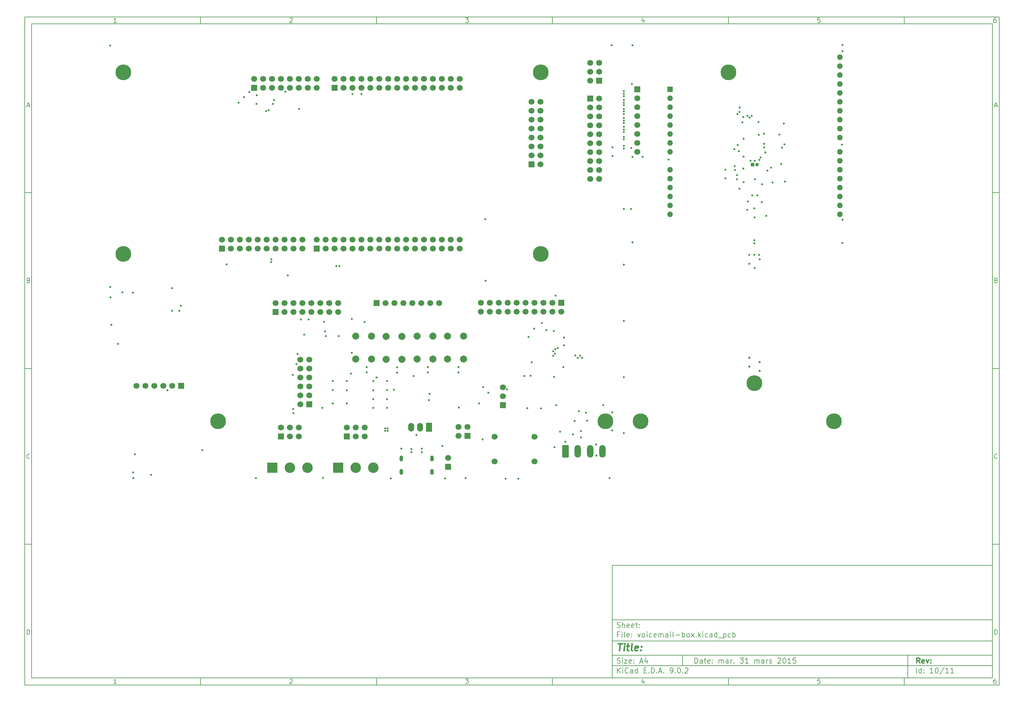
<source format=gbs>
%TF.GenerationSoftware,KiCad,Pcbnew,9.0.2*%
%TF.CreationDate,2025-05-30T11:40:45+02:00*%
%TF.ProjectId,voicemail-box,766f6963-656d-4616-996c-2d626f782e6b,rev?*%
%TF.SameCoordinates,PX5f5e100PY5f5e100*%
%TF.FileFunction,Soldermask,Bot*%
%TF.FilePolarity,Negative*%
%FSLAX45Y45*%
G04 Gerber Fmt 4.5, Leading zero omitted, Abs format (unit mm)*
G04 Created by KiCad (PCBNEW 9.0.2) date 2025-05-30 11:40:45*
%MOMM*%
%LPD*%
G01*
G04 APERTURE LIST*
G04 Aperture macros list*
%AMRoundRect*
0 Rectangle with rounded corners*
0 $1 Rounding radius*
0 $2 $3 $4 $5 $6 $7 $8 $9 X,Y pos of 4 corners*
0 Add a 4 corners polygon primitive as box body*
4,1,4,$2,$3,$4,$5,$6,$7,$8,$9,$2,$3,0*
0 Add four circle primitives for the rounded corners*
1,1,$1+$1,$2,$3*
1,1,$1+$1,$4,$5*
1,1,$1+$1,$6,$7*
1,1,$1+$1,$8,$9*
0 Add four rect primitives between the rounded corners*
20,1,$1+$1,$2,$3,$4,$5,0*
20,1,$1+$1,$4,$5,$6,$7,0*
20,1,$1+$1,$6,$7,$8,$9,0*
20,1,$1+$1,$8,$9,$2,$3,0*%
G04 Aperture macros list end*
%ADD10C,0.100000*%
%ADD11C,0.150000*%
%ADD12C,0.300000*%
%ADD13C,0.400000*%
%ADD14C,2.000000*%
%ADD15R,1.700000X1.700000*%
%ADD16C,1.700000*%
%ADD17R,3.000000X3.000000*%
%ADD18C,3.000000*%
%ADD19O,1.000000X1.700000*%
%ADD20R,1.700000X2.500000*%
%ADD21O,1.700000X2.500000*%
%ADD22RoundRect,0.250000X-0.650000X-1.550000X0.650000X-1.550000X0.650000X1.550000X-0.650000X1.550000X0*%
%ADD23O,1.800000X3.600000*%
%ADD24R,1.000000X1.000000*%
%ADD25C,1.000000*%
%ADD26R,1.600000X1.600000*%
%ADD27O,1.600000X1.600000*%
%ADD28C,4.500000*%
%ADD29C,0.600000*%
G04 APERTURE END LIST*
D10*
D11*
X7700220Y-6600720D02*
X18500220Y-6600720D01*
X18500220Y-9800720D01*
X7700220Y-9800720D01*
X7700220Y-6600720D01*
D10*
D11*
X-9000000Y9000000D02*
X18700220Y9000000D01*
X18700220Y-10000720D01*
X-9000000Y-10000720D01*
X-9000000Y9000000D01*
D10*
D11*
X-8800000Y8800000D02*
X18500220Y8800000D01*
X18500220Y-9800720D01*
X-8800000Y-9800720D01*
X-8800000Y8800000D01*
D10*
D11*
X-4000000Y8800000D02*
X-4000000Y9000000D01*
D10*
D11*
X1000000Y8800000D02*
X1000000Y9000000D01*
D10*
D11*
X6000000Y8800000D02*
X6000000Y9000000D01*
D10*
D11*
X11000000Y8800000D02*
X11000000Y9000000D01*
D10*
D11*
X16000000Y8800000D02*
X16000000Y9000000D01*
D10*
D11*
X-6391084Y8840640D02*
X-6465370Y8840640D01*
X-6428227Y8840640D02*
X-6428227Y8970640D01*
X-6428227Y8970640D02*
X-6440608Y8952068D01*
X-6440608Y8952068D02*
X-6452989Y8939687D01*
X-6452989Y8939687D02*
X-6465370Y8933497D01*
D10*
D11*
X-1465370Y8958259D02*
X-1459179Y8964449D01*
X-1459179Y8964449D02*
X-1446798Y8970640D01*
X-1446798Y8970640D02*
X-1415846Y8970640D01*
X-1415846Y8970640D02*
X-1403465Y8964449D01*
X-1403465Y8964449D02*
X-1397275Y8958259D01*
X-1397275Y8958259D02*
X-1391084Y8945878D01*
X-1391084Y8945878D02*
X-1391084Y8933497D01*
X-1391084Y8933497D02*
X-1397275Y8914925D01*
X-1397275Y8914925D02*
X-1471560Y8840640D01*
X-1471560Y8840640D02*
X-1391084Y8840640D01*
D10*
D11*
X3528440Y8970640D02*
X3608916Y8970640D01*
X3608916Y8970640D02*
X3565583Y8921116D01*
X3565583Y8921116D02*
X3584154Y8921116D01*
X3584154Y8921116D02*
X3596535Y8914925D01*
X3596535Y8914925D02*
X3602725Y8908735D01*
X3602725Y8908735D02*
X3608916Y8896354D01*
X3608916Y8896354D02*
X3608916Y8865402D01*
X3608916Y8865402D02*
X3602725Y8853021D01*
X3602725Y8853021D02*
X3596535Y8846830D01*
X3596535Y8846830D02*
X3584154Y8840640D01*
X3584154Y8840640D02*
X3547011Y8840640D01*
X3547011Y8840640D02*
X3534630Y8846830D01*
X3534630Y8846830D02*
X3528440Y8853021D01*
D10*
D11*
X8596535Y8927306D02*
X8596535Y8840640D01*
X8565583Y8976830D02*
X8534630Y8883973D01*
X8534630Y8883973D02*
X8615106Y8883973D01*
D10*
D11*
X13602725Y8970640D02*
X13540821Y8970640D01*
X13540821Y8970640D02*
X13534630Y8908735D01*
X13534630Y8908735D02*
X13540821Y8914925D01*
X13540821Y8914925D02*
X13553202Y8921116D01*
X13553202Y8921116D02*
X13584154Y8921116D01*
X13584154Y8921116D02*
X13596535Y8914925D01*
X13596535Y8914925D02*
X13602725Y8908735D01*
X13602725Y8908735D02*
X13608916Y8896354D01*
X13608916Y8896354D02*
X13608916Y8865402D01*
X13608916Y8865402D02*
X13602725Y8853021D01*
X13602725Y8853021D02*
X13596535Y8846830D01*
X13596535Y8846830D02*
X13584154Y8840640D01*
X13584154Y8840640D02*
X13553202Y8840640D01*
X13553202Y8840640D02*
X13540821Y8846830D01*
X13540821Y8846830D02*
X13534630Y8853021D01*
D10*
D11*
X18596535Y8970640D02*
X18571773Y8970640D01*
X18571773Y8970640D02*
X18559392Y8964449D01*
X18559392Y8964449D02*
X18553202Y8958259D01*
X18553202Y8958259D02*
X18540821Y8939687D01*
X18540821Y8939687D02*
X18534630Y8914925D01*
X18534630Y8914925D02*
X18534630Y8865402D01*
X18534630Y8865402D02*
X18540821Y8853021D01*
X18540821Y8853021D02*
X18547011Y8846830D01*
X18547011Y8846830D02*
X18559392Y8840640D01*
X18559392Y8840640D02*
X18584154Y8840640D01*
X18584154Y8840640D02*
X18596535Y8846830D01*
X18596535Y8846830D02*
X18602726Y8853021D01*
X18602726Y8853021D02*
X18608916Y8865402D01*
X18608916Y8865402D02*
X18608916Y8896354D01*
X18608916Y8896354D02*
X18602726Y8908735D01*
X18602726Y8908735D02*
X18596535Y8914925D01*
X18596535Y8914925D02*
X18584154Y8921116D01*
X18584154Y8921116D02*
X18559392Y8921116D01*
X18559392Y8921116D02*
X18547011Y8914925D01*
X18547011Y8914925D02*
X18540821Y8908735D01*
X18540821Y8908735D02*
X18534630Y8896354D01*
D10*
D11*
X-4000000Y-9800720D02*
X-4000000Y-10000720D01*
D10*
D11*
X1000000Y-9800720D02*
X1000000Y-10000720D01*
D10*
D11*
X6000000Y-9800720D02*
X6000000Y-10000720D01*
D10*
D11*
X11000000Y-9800720D02*
X11000000Y-10000720D01*
D10*
D11*
X16000000Y-9800720D02*
X16000000Y-10000720D01*
D10*
D11*
X-6391084Y-9960080D02*
X-6465370Y-9960080D01*
X-6428227Y-9960080D02*
X-6428227Y-9830080D01*
X-6428227Y-9830080D02*
X-6440608Y-9848652D01*
X-6440608Y-9848652D02*
X-6452989Y-9861033D01*
X-6452989Y-9861033D02*
X-6465370Y-9867223D01*
D10*
D11*
X-1465370Y-9842461D02*
X-1459179Y-9836271D01*
X-1459179Y-9836271D02*
X-1446798Y-9830080D01*
X-1446798Y-9830080D02*
X-1415846Y-9830080D01*
X-1415846Y-9830080D02*
X-1403465Y-9836271D01*
X-1403465Y-9836271D02*
X-1397275Y-9842461D01*
X-1397275Y-9842461D02*
X-1391084Y-9854842D01*
X-1391084Y-9854842D02*
X-1391084Y-9867223D01*
X-1391084Y-9867223D02*
X-1397275Y-9885795D01*
X-1397275Y-9885795D02*
X-1471560Y-9960080D01*
X-1471560Y-9960080D02*
X-1391084Y-9960080D01*
D10*
D11*
X3528440Y-9830080D02*
X3608916Y-9830080D01*
X3608916Y-9830080D02*
X3565583Y-9879604D01*
X3565583Y-9879604D02*
X3584154Y-9879604D01*
X3584154Y-9879604D02*
X3596535Y-9885795D01*
X3596535Y-9885795D02*
X3602725Y-9891985D01*
X3602725Y-9891985D02*
X3608916Y-9904366D01*
X3608916Y-9904366D02*
X3608916Y-9935319D01*
X3608916Y-9935319D02*
X3602725Y-9947700D01*
X3602725Y-9947700D02*
X3596535Y-9953890D01*
X3596535Y-9953890D02*
X3584154Y-9960080D01*
X3584154Y-9960080D02*
X3547011Y-9960080D01*
X3547011Y-9960080D02*
X3534630Y-9953890D01*
X3534630Y-9953890D02*
X3528440Y-9947700D01*
D10*
D11*
X8596535Y-9873414D02*
X8596535Y-9960080D01*
X8565583Y-9823890D02*
X8534630Y-9916747D01*
X8534630Y-9916747D02*
X8615106Y-9916747D01*
D10*
D11*
X13602725Y-9830080D02*
X13540821Y-9830080D01*
X13540821Y-9830080D02*
X13534630Y-9891985D01*
X13534630Y-9891985D02*
X13540821Y-9885795D01*
X13540821Y-9885795D02*
X13553202Y-9879604D01*
X13553202Y-9879604D02*
X13584154Y-9879604D01*
X13584154Y-9879604D02*
X13596535Y-9885795D01*
X13596535Y-9885795D02*
X13602725Y-9891985D01*
X13602725Y-9891985D02*
X13608916Y-9904366D01*
X13608916Y-9904366D02*
X13608916Y-9935319D01*
X13608916Y-9935319D02*
X13602725Y-9947700D01*
X13602725Y-9947700D02*
X13596535Y-9953890D01*
X13596535Y-9953890D02*
X13584154Y-9960080D01*
X13584154Y-9960080D02*
X13553202Y-9960080D01*
X13553202Y-9960080D02*
X13540821Y-9953890D01*
X13540821Y-9953890D02*
X13534630Y-9947700D01*
D10*
D11*
X18596535Y-9830080D02*
X18571773Y-9830080D01*
X18571773Y-9830080D02*
X18559392Y-9836271D01*
X18559392Y-9836271D02*
X18553202Y-9842461D01*
X18553202Y-9842461D02*
X18540821Y-9861033D01*
X18540821Y-9861033D02*
X18534630Y-9885795D01*
X18534630Y-9885795D02*
X18534630Y-9935319D01*
X18534630Y-9935319D02*
X18540821Y-9947700D01*
X18540821Y-9947700D02*
X18547011Y-9953890D01*
X18547011Y-9953890D02*
X18559392Y-9960080D01*
X18559392Y-9960080D02*
X18584154Y-9960080D01*
X18584154Y-9960080D02*
X18596535Y-9953890D01*
X18596535Y-9953890D02*
X18602726Y-9947700D01*
X18602726Y-9947700D02*
X18608916Y-9935319D01*
X18608916Y-9935319D02*
X18608916Y-9904366D01*
X18608916Y-9904366D02*
X18602726Y-9891985D01*
X18602726Y-9891985D02*
X18596535Y-9885795D01*
X18596535Y-9885795D02*
X18584154Y-9879604D01*
X18584154Y-9879604D02*
X18559392Y-9879604D01*
X18559392Y-9879604D02*
X18547011Y-9885795D01*
X18547011Y-9885795D02*
X18540821Y-9891985D01*
X18540821Y-9891985D02*
X18534630Y-9904366D01*
D10*
D11*
X-9000000Y4000000D02*
X-8800000Y4000000D01*
D10*
D11*
X-9000000Y-1000000D02*
X-8800000Y-1000000D01*
D10*
D11*
X-9000000Y-6000000D02*
X-8800000Y-6000000D01*
D10*
D11*
X-8930952Y6477782D02*
X-8869048Y6477782D01*
X-8943333Y6440640D02*
X-8900000Y6570640D01*
X-8900000Y6570640D02*
X-8856667Y6440640D01*
D10*
D11*
X-8890714Y1508735D02*
X-8872143Y1502544D01*
X-8872143Y1502544D02*
X-8865952Y1496354D01*
X-8865952Y1496354D02*
X-8859762Y1483973D01*
X-8859762Y1483973D02*
X-8859762Y1465401D01*
X-8859762Y1465401D02*
X-8865952Y1453020D01*
X-8865952Y1453020D02*
X-8872143Y1446830D01*
X-8872143Y1446830D02*
X-8884524Y1440640D01*
X-8884524Y1440640D02*
X-8934048Y1440640D01*
X-8934048Y1440640D02*
X-8934048Y1570640D01*
X-8934048Y1570640D02*
X-8890714Y1570640D01*
X-8890714Y1570640D02*
X-8878333Y1564449D01*
X-8878333Y1564449D02*
X-8872143Y1558259D01*
X-8872143Y1558259D02*
X-8865952Y1545878D01*
X-8865952Y1545878D02*
X-8865952Y1533497D01*
X-8865952Y1533497D02*
X-8872143Y1521116D01*
X-8872143Y1521116D02*
X-8878333Y1514925D01*
X-8878333Y1514925D02*
X-8890714Y1508735D01*
X-8890714Y1508735D02*
X-8934048Y1508735D01*
D10*
D11*
X-8859762Y-3546979D02*
X-8865952Y-3553170D01*
X-8865952Y-3553170D02*
X-8884524Y-3559360D01*
X-8884524Y-3559360D02*
X-8896905Y-3559360D01*
X-8896905Y-3559360D02*
X-8915476Y-3553170D01*
X-8915476Y-3553170D02*
X-8927857Y-3540789D01*
X-8927857Y-3540789D02*
X-8934048Y-3528408D01*
X-8934048Y-3528408D02*
X-8940238Y-3503646D01*
X-8940238Y-3503646D02*
X-8940238Y-3485075D01*
X-8940238Y-3485075D02*
X-8934048Y-3460313D01*
X-8934048Y-3460313D02*
X-8927857Y-3447932D01*
X-8927857Y-3447932D02*
X-8915476Y-3435551D01*
X-8915476Y-3435551D02*
X-8896905Y-3429360D01*
X-8896905Y-3429360D02*
X-8884524Y-3429360D01*
X-8884524Y-3429360D02*
X-8865952Y-3435551D01*
X-8865952Y-3435551D02*
X-8859762Y-3441741D01*
D10*
D11*
X-8934048Y-8559360D02*
X-8934048Y-8429360D01*
X-8934048Y-8429360D02*
X-8903095Y-8429360D01*
X-8903095Y-8429360D02*
X-8884524Y-8435551D01*
X-8884524Y-8435551D02*
X-8872143Y-8447932D01*
X-8872143Y-8447932D02*
X-8865952Y-8460313D01*
X-8865952Y-8460313D02*
X-8859762Y-8485075D01*
X-8859762Y-8485075D02*
X-8859762Y-8503646D01*
X-8859762Y-8503646D02*
X-8865952Y-8528408D01*
X-8865952Y-8528408D02*
X-8872143Y-8540789D01*
X-8872143Y-8540789D02*
X-8884524Y-8553170D01*
X-8884524Y-8553170D02*
X-8903095Y-8559360D01*
X-8903095Y-8559360D02*
X-8934048Y-8559360D01*
D10*
D11*
X18700220Y4000000D02*
X18500220Y4000000D01*
D10*
D11*
X18700220Y-1000000D02*
X18500220Y-1000000D01*
D10*
D11*
X18700220Y-6000000D02*
X18500220Y-6000000D01*
D10*
D11*
X18569268Y6477782D02*
X18631172Y6477782D01*
X18556887Y6440640D02*
X18600220Y6570640D01*
X18600220Y6570640D02*
X18643553Y6440640D01*
D10*
D11*
X18609506Y1508735D02*
X18628077Y1502544D01*
X18628077Y1502544D02*
X18634268Y1496354D01*
X18634268Y1496354D02*
X18640458Y1483973D01*
X18640458Y1483973D02*
X18640458Y1465401D01*
X18640458Y1465401D02*
X18634268Y1453020D01*
X18634268Y1453020D02*
X18628077Y1446830D01*
X18628077Y1446830D02*
X18615696Y1440640D01*
X18615696Y1440640D02*
X18566172Y1440640D01*
X18566172Y1440640D02*
X18566172Y1570640D01*
X18566172Y1570640D02*
X18609506Y1570640D01*
X18609506Y1570640D02*
X18621887Y1564449D01*
X18621887Y1564449D02*
X18628077Y1558259D01*
X18628077Y1558259D02*
X18634268Y1545878D01*
X18634268Y1545878D02*
X18634268Y1533497D01*
X18634268Y1533497D02*
X18628077Y1521116D01*
X18628077Y1521116D02*
X18621887Y1514925D01*
X18621887Y1514925D02*
X18609506Y1508735D01*
X18609506Y1508735D02*
X18566172Y1508735D01*
D10*
D11*
X18640458Y-3546979D02*
X18634268Y-3553170D01*
X18634268Y-3553170D02*
X18615696Y-3559360D01*
X18615696Y-3559360D02*
X18603315Y-3559360D01*
X18603315Y-3559360D02*
X18584744Y-3553170D01*
X18584744Y-3553170D02*
X18572363Y-3540789D01*
X18572363Y-3540789D02*
X18566172Y-3528408D01*
X18566172Y-3528408D02*
X18559982Y-3503646D01*
X18559982Y-3503646D02*
X18559982Y-3485075D01*
X18559982Y-3485075D02*
X18566172Y-3460313D01*
X18566172Y-3460313D02*
X18572363Y-3447932D01*
X18572363Y-3447932D02*
X18584744Y-3435551D01*
X18584744Y-3435551D02*
X18603315Y-3429360D01*
X18603315Y-3429360D02*
X18615696Y-3429360D01*
X18615696Y-3429360D02*
X18634268Y-3435551D01*
X18634268Y-3435551D02*
X18640458Y-3441741D01*
D10*
D11*
X18566172Y-8559360D02*
X18566172Y-8429360D01*
X18566172Y-8429360D02*
X18597125Y-8429360D01*
X18597125Y-8429360D02*
X18615696Y-8435551D01*
X18615696Y-8435551D02*
X18628077Y-8447932D01*
X18628077Y-8447932D02*
X18634268Y-8460313D01*
X18634268Y-8460313D02*
X18640458Y-8485075D01*
X18640458Y-8485075D02*
X18640458Y-8503646D01*
X18640458Y-8503646D02*
X18634268Y-8528408D01*
X18634268Y-8528408D02*
X18628077Y-8540789D01*
X18628077Y-8540789D02*
X18615696Y-8553170D01*
X18615696Y-8553170D02*
X18597125Y-8559360D01*
X18597125Y-8559360D02*
X18566172Y-8559360D01*
D10*
D11*
X10045803Y-9379333D02*
X10045803Y-9229333D01*
X10045803Y-9229333D02*
X10081517Y-9229333D01*
X10081517Y-9229333D02*
X10102946Y-9236476D01*
X10102946Y-9236476D02*
X10117231Y-9250761D01*
X10117231Y-9250761D02*
X10124374Y-9265047D01*
X10124374Y-9265047D02*
X10131517Y-9293619D01*
X10131517Y-9293619D02*
X10131517Y-9315047D01*
X10131517Y-9315047D02*
X10124374Y-9343619D01*
X10124374Y-9343619D02*
X10117231Y-9357904D01*
X10117231Y-9357904D02*
X10102946Y-9372190D01*
X10102946Y-9372190D02*
X10081517Y-9379333D01*
X10081517Y-9379333D02*
X10045803Y-9379333D01*
X10260088Y-9379333D02*
X10260088Y-9300761D01*
X10260088Y-9300761D02*
X10252946Y-9286476D01*
X10252946Y-9286476D02*
X10238660Y-9279333D01*
X10238660Y-9279333D02*
X10210088Y-9279333D01*
X10210088Y-9279333D02*
X10195803Y-9286476D01*
X10260088Y-9372190D02*
X10245803Y-9379333D01*
X10245803Y-9379333D02*
X10210088Y-9379333D01*
X10210088Y-9379333D02*
X10195803Y-9372190D01*
X10195803Y-9372190D02*
X10188660Y-9357904D01*
X10188660Y-9357904D02*
X10188660Y-9343619D01*
X10188660Y-9343619D02*
X10195803Y-9329333D01*
X10195803Y-9329333D02*
X10210088Y-9322190D01*
X10210088Y-9322190D02*
X10245803Y-9322190D01*
X10245803Y-9322190D02*
X10260088Y-9315047D01*
X10310088Y-9279333D02*
X10367231Y-9279333D01*
X10331517Y-9229333D02*
X10331517Y-9357904D01*
X10331517Y-9357904D02*
X10338660Y-9372190D01*
X10338660Y-9372190D02*
X10352946Y-9379333D01*
X10352946Y-9379333D02*
X10367231Y-9379333D01*
X10474374Y-9372190D02*
X10460088Y-9379333D01*
X10460088Y-9379333D02*
X10431517Y-9379333D01*
X10431517Y-9379333D02*
X10417231Y-9372190D01*
X10417231Y-9372190D02*
X10410088Y-9357904D01*
X10410088Y-9357904D02*
X10410088Y-9300761D01*
X10410088Y-9300761D02*
X10417231Y-9286476D01*
X10417231Y-9286476D02*
X10431517Y-9279333D01*
X10431517Y-9279333D02*
X10460088Y-9279333D01*
X10460088Y-9279333D02*
X10474374Y-9286476D01*
X10474374Y-9286476D02*
X10481517Y-9300761D01*
X10481517Y-9300761D02*
X10481517Y-9315047D01*
X10481517Y-9315047D02*
X10410088Y-9329333D01*
X10545803Y-9365047D02*
X10552946Y-9372190D01*
X10552946Y-9372190D02*
X10545803Y-9379333D01*
X10545803Y-9379333D02*
X10538660Y-9372190D01*
X10538660Y-9372190D02*
X10545803Y-9365047D01*
X10545803Y-9365047D02*
X10545803Y-9379333D01*
X10545803Y-9286476D02*
X10552946Y-9293619D01*
X10552946Y-9293619D02*
X10545803Y-9300761D01*
X10545803Y-9300761D02*
X10538660Y-9293619D01*
X10538660Y-9293619D02*
X10545803Y-9286476D01*
X10545803Y-9286476D02*
X10545803Y-9300761D01*
X10731517Y-9379333D02*
X10731517Y-9279333D01*
X10731517Y-9293619D02*
X10738660Y-9286476D01*
X10738660Y-9286476D02*
X10752946Y-9279333D01*
X10752946Y-9279333D02*
X10774374Y-9279333D01*
X10774374Y-9279333D02*
X10788660Y-9286476D01*
X10788660Y-9286476D02*
X10795803Y-9300761D01*
X10795803Y-9300761D02*
X10795803Y-9379333D01*
X10795803Y-9300761D02*
X10802946Y-9286476D01*
X10802946Y-9286476D02*
X10817231Y-9279333D01*
X10817231Y-9279333D02*
X10838660Y-9279333D01*
X10838660Y-9279333D02*
X10852946Y-9286476D01*
X10852946Y-9286476D02*
X10860088Y-9300761D01*
X10860088Y-9300761D02*
X10860088Y-9379333D01*
X10995803Y-9379333D02*
X10995803Y-9300761D01*
X10995803Y-9300761D02*
X10988660Y-9286476D01*
X10988660Y-9286476D02*
X10974374Y-9279333D01*
X10974374Y-9279333D02*
X10945803Y-9279333D01*
X10945803Y-9279333D02*
X10931517Y-9286476D01*
X10995803Y-9372190D02*
X10981517Y-9379333D01*
X10981517Y-9379333D02*
X10945803Y-9379333D01*
X10945803Y-9379333D02*
X10931517Y-9372190D01*
X10931517Y-9372190D02*
X10924374Y-9357904D01*
X10924374Y-9357904D02*
X10924374Y-9343619D01*
X10924374Y-9343619D02*
X10931517Y-9329333D01*
X10931517Y-9329333D02*
X10945803Y-9322190D01*
X10945803Y-9322190D02*
X10981517Y-9322190D01*
X10981517Y-9322190D02*
X10995803Y-9315047D01*
X11067231Y-9379333D02*
X11067231Y-9279333D01*
X11067231Y-9307904D02*
X11074374Y-9293619D01*
X11074374Y-9293619D02*
X11081517Y-9286476D01*
X11081517Y-9286476D02*
X11095803Y-9279333D01*
X11095803Y-9279333D02*
X11110088Y-9279333D01*
X11160088Y-9365047D02*
X11167231Y-9372190D01*
X11167231Y-9372190D02*
X11160088Y-9379333D01*
X11160088Y-9379333D02*
X11152946Y-9372190D01*
X11152946Y-9372190D02*
X11160088Y-9365047D01*
X11160088Y-9365047D02*
X11160088Y-9379333D01*
X11331517Y-9229333D02*
X11424374Y-9229333D01*
X11424374Y-9229333D02*
X11374374Y-9286476D01*
X11374374Y-9286476D02*
X11395803Y-9286476D01*
X11395803Y-9286476D02*
X11410088Y-9293619D01*
X11410088Y-9293619D02*
X11417231Y-9300761D01*
X11417231Y-9300761D02*
X11424374Y-9315047D01*
X11424374Y-9315047D02*
X11424374Y-9350761D01*
X11424374Y-9350761D02*
X11417231Y-9365047D01*
X11417231Y-9365047D02*
X11410088Y-9372190D01*
X11410088Y-9372190D02*
X11395803Y-9379333D01*
X11395803Y-9379333D02*
X11352945Y-9379333D01*
X11352945Y-9379333D02*
X11338660Y-9372190D01*
X11338660Y-9372190D02*
X11331517Y-9365047D01*
X11567231Y-9379333D02*
X11481517Y-9379333D01*
X11524374Y-9379333D02*
X11524374Y-9229333D01*
X11524374Y-9229333D02*
X11510088Y-9250761D01*
X11510088Y-9250761D02*
X11495803Y-9265047D01*
X11495803Y-9265047D02*
X11481517Y-9272190D01*
X11745802Y-9379333D02*
X11745802Y-9279333D01*
X11745802Y-9293619D02*
X11752945Y-9286476D01*
X11752945Y-9286476D02*
X11767231Y-9279333D01*
X11767231Y-9279333D02*
X11788660Y-9279333D01*
X11788660Y-9279333D02*
X11802945Y-9286476D01*
X11802945Y-9286476D02*
X11810088Y-9300761D01*
X11810088Y-9300761D02*
X11810088Y-9379333D01*
X11810088Y-9300761D02*
X11817231Y-9286476D01*
X11817231Y-9286476D02*
X11831517Y-9279333D01*
X11831517Y-9279333D02*
X11852945Y-9279333D01*
X11852945Y-9279333D02*
X11867231Y-9286476D01*
X11867231Y-9286476D02*
X11874374Y-9300761D01*
X11874374Y-9300761D02*
X11874374Y-9379333D01*
X12010088Y-9379333D02*
X12010088Y-9300761D01*
X12010088Y-9300761D02*
X12002945Y-9286476D01*
X12002945Y-9286476D02*
X11988660Y-9279333D01*
X11988660Y-9279333D02*
X11960088Y-9279333D01*
X11960088Y-9279333D02*
X11945802Y-9286476D01*
X12010088Y-9372190D02*
X11995802Y-9379333D01*
X11995802Y-9379333D02*
X11960088Y-9379333D01*
X11960088Y-9379333D02*
X11945802Y-9372190D01*
X11945802Y-9372190D02*
X11938660Y-9357904D01*
X11938660Y-9357904D02*
X11938660Y-9343619D01*
X11938660Y-9343619D02*
X11945802Y-9329333D01*
X11945802Y-9329333D02*
X11960088Y-9322190D01*
X11960088Y-9322190D02*
X11995802Y-9322190D01*
X11995802Y-9322190D02*
X12010088Y-9315047D01*
X12081517Y-9379333D02*
X12081517Y-9279333D01*
X12081517Y-9307904D02*
X12088660Y-9293619D01*
X12088660Y-9293619D02*
X12095803Y-9286476D01*
X12095803Y-9286476D02*
X12110088Y-9279333D01*
X12110088Y-9279333D02*
X12124374Y-9279333D01*
X12167231Y-9372190D02*
X12181517Y-9379333D01*
X12181517Y-9379333D02*
X12210088Y-9379333D01*
X12210088Y-9379333D02*
X12224374Y-9372190D01*
X12224374Y-9372190D02*
X12231517Y-9357904D01*
X12231517Y-9357904D02*
X12231517Y-9350761D01*
X12231517Y-9350761D02*
X12224374Y-9336476D01*
X12224374Y-9336476D02*
X12210088Y-9329333D01*
X12210088Y-9329333D02*
X12188660Y-9329333D01*
X12188660Y-9329333D02*
X12174374Y-9322190D01*
X12174374Y-9322190D02*
X12167231Y-9307904D01*
X12167231Y-9307904D02*
X12167231Y-9300761D01*
X12167231Y-9300761D02*
X12174374Y-9286476D01*
X12174374Y-9286476D02*
X12188660Y-9279333D01*
X12188660Y-9279333D02*
X12210088Y-9279333D01*
X12210088Y-9279333D02*
X12224374Y-9286476D01*
X12402945Y-9243619D02*
X12410088Y-9236476D01*
X12410088Y-9236476D02*
X12424374Y-9229333D01*
X12424374Y-9229333D02*
X12460088Y-9229333D01*
X12460088Y-9229333D02*
X12474374Y-9236476D01*
X12474374Y-9236476D02*
X12481517Y-9243619D01*
X12481517Y-9243619D02*
X12488660Y-9257904D01*
X12488660Y-9257904D02*
X12488660Y-9272190D01*
X12488660Y-9272190D02*
X12481517Y-9293619D01*
X12481517Y-9293619D02*
X12395802Y-9379333D01*
X12395802Y-9379333D02*
X12488660Y-9379333D01*
X12581517Y-9229333D02*
X12595802Y-9229333D01*
X12595802Y-9229333D02*
X12610088Y-9236476D01*
X12610088Y-9236476D02*
X12617231Y-9243619D01*
X12617231Y-9243619D02*
X12624374Y-9257904D01*
X12624374Y-9257904D02*
X12631517Y-9286476D01*
X12631517Y-9286476D02*
X12631517Y-9322190D01*
X12631517Y-9322190D02*
X12624374Y-9350761D01*
X12624374Y-9350761D02*
X12617231Y-9365047D01*
X12617231Y-9365047D02*
X12610088Y-9372190D01*
X12610088Y-9372190D02*
X12595802Y-9379333D01*
X12595802Y-9379333D02*
X12581517Y-9379333D01*
X12581517Y-9379333D02*
X12567231Y-9372190D01*
X12567231Y-9372190D02*
X12560088Y-9365047D01*
X12560088Y-9365047D02*
X12552945Y-9350761D01*
X12552945Y-9350761D02*
X12545802Y-9322190D01*
X12545802Y-9322190D02*
X12545802Y-9286476D01*
X12545802Y-9286476D02*
X12552945Y-9257904D01*
X12552945Y-9257904D02*
X12560088Y-9243619D01*
X12560088Y-9243619D02*
X12567231Y-9236476D01*
X12567231Y-9236476D02*
X12581517Y-9229333D01*
X12774374Y-9379333D02*
X12688660Y-9379333D01*
X12731517Y-9379333D02*
X12731517Y-9229333D01*
X12731517Y-9229333D02*
X12717231Y-9250761D01*
X12717231Y-9250761D02*
X12702945Y-9265047D01*
X12702945Y-9265047D02*
X12688660Y-9272190D01*
X12910088Y-9229333D02*
X12838659Y-9229333D01*
X12838659Y-9229333D02*
X12831517Y-9300761D01*
X12831517Y-9300761D02*
X12838659Y-9293619D01*
X12838659Y-9293619D02*
X12852945Y-9286476D01*
X12852945Y-9286476D02*
X12888659Y-9286476D01*
X12888659Y-9286476D02*
X12902945Y-9293619D01*
X12902945Y-9293619D02*
X12910088Y-9300761D01*
X12910088Y-9300761D02*
X12917231Y-9315047D01*
X12917231Y-9315047D02*
X12917231Y-9350761D01*
X12917231Y-9350761D02*
X12910088Y-9365047D01*
X12910088Y-9365047D02*
X12902945Y-9372190D01*
X12902945Y-9372190D02*
X12888659Y-9379333D01*
X12888659Y-9379333D02*
X12852945Y-9379333D01*
X12852945Y-9379333D02*
X12838659Y-9372190D01*
X12838659Y-9372190D02*
X12831517Y-9365047D01*
D10*
D11*
X7700220Y-9450720D02*
X18500220Y-9450720D01*
D10*
D11*
X7845803Y-9659333D02*
X7845803Y-9509333D01*
X7931517Y-9659333D02*
X7867231Y-9573619D01*
X7931517Y-9509333D02*
X7845803Y-9595047D01*
X7995803Y-9659333D02*
X7995803Y-9559333D01*
X7995803Y-9509333D02*
X7988660Y-9516476D01*
X7988660Y-9516476D02*
X7995803Y-9523619D01*
X7995803Y-9523619D02*
X8002945Y-9516476D01*
X8002945Y-9516476D02*
X7995803Y-9509333D01*
X7995803Y-9509333D02*
X7995803Y-9523619D01*
X8152945Y-9645047D02*
X8145803Y-9652190D01*
X8145803Y-9652190D02*
X8124374Y-9659333D01*
X8124374Y-9659333D02*
X8110088Y-9659333D01*
X8110088Y-9659333D02*
X8088660Y-9652190D01*
X8088660Y-9652190D02*
X8074374Y-9637904D01*
X8074374Y-9637904D02*
X8067231Y-9623619D01*
X8067231Y-9623619D02*
X8060088Y-9595047D01*
X8060088Y-9595047D02*
X8060088Y-9573619D01*
X8060088Y-9573619D02*
X8067231Y-9545047D01*
X8067231Y-9545047D02*
X8074374Y-9530761D01*
X8074374Y-9530761D02*
X8088660Y-9516476D01*
X8088660Y-9516476D02*
X8110088Y-9509333D01*
X8110088Y-9509333D02*
X8124374Y-9509333D01*
X8124374Y-9509333D02*
X8145803Y-9516476D01*
X8145803Y-9516476D02*
X8152945Y-9523619D01*
X8281517Y-9659333D02*
X8281517Y-9580761D01*
X8281517Y-9580761D02*
X8274374Y-9566476D01*
X8274374Y-9566476D02*
X8260088Y-9559333D01*
X8260088Y-9559333D02*
X8231517Y-9559333D01*
X8231517Y-9559333D02*
X8217231Y-9566476D01*
X8281517Y-9652190D02*
X8267231Y-9659333D01*
X8267231Y-9659333D02*
X8231517Y-9659333D01*
X8231517Y-9659333D02*
X8217231Y-9652190D01*
X8217231Y-9652190D02*
X8210088Y-9637904D01*
X8210088Y-9637904D02*
X8210088Y-9623619D01*
X8210088Y-9623619D02*
X8217231Y-9609333D01*
X8217231Y-9609333D02*
X8231517Y-9602190D01*
X8231517Y-9602190D02*
X8267231Y-9602190D01*
X8267231Y-9602190D02*
X8281517Y-9595047D01*
X8417231Y-9659333D02*
X8417231Y-9509333D01*
X8417231Y-9652190D02*
X8402946Y-9659333D01*
X8402946Y-9659333D02*
X8374374Y-9659333D01*
X8374374Y-9659333D02*
X8360088Y-9652190D01*
X8360088Y-9652190D02*
X8352945Y-9645047D01*
X8352945Y-9645047D02*
X8345803Y-9630761D01*
X8345803Y-9630761D02*
X8345803Y-9587904D01*
X8345803Y-9587904D02*
X8352945Y-9573619D01*
X8352945Y-9573619D02*
X8360088Y-9566476D01*
X8360088Y-9566476D02*
X8374374Y-9559333D01*
X8374374Y-9559333D02*
X8402946Y-9559333D01*
X8402946Y-9559333D02*
X8417231Y-9566476D01*
X8602946Y-9580761D02*
X8652946Y-9580761D01*
X8674374Y-9659333D02*
X8602946Y-9659333D01*
X8602946Y-9659333D02*
X8602946Y-9509333D01*
X8602946Y-9509333D02*
X8674374Y-9509333D01*
X8738660Y-9645047D02*
X8745803Y-9652190D01*
X8745803Y-9652190D02*
X8738660Y-9659333D01*
X8738660Y-9659333D02*
X8731517Y-9652190D01*
X8731517Y-9652190D02*
X8738660Y-9645047D01*
X8738660Y-9645047D02*
X8738660Y-9659333D01*
X8810088Y-9659333D02*
X8810088Y-9509333D01*
X8810088Y-9509333D02*
X8845803Y-9509333D01*
X8845803Y-9509333D02*
X8867231Y-9516476D01*
X8867231Y-9516476D02*
X8881517Y-9530761D01*
X8881517Y-9530761D02*
X8888660Y-9545047D01*
X8888660Y-9545047D02*
X8895803Y-9573619D01*
X8895803Y-9573619D02*
X8895803Y-9595047D01*
X8895803Y-9595047D02*
X8888660Y-9623619D01*
X8888660Y-9623619D02*
X8881517Y-9637904D01*
X8881517Y-9637904D02*
X8867231Y-9652190D01*
X8867231Y-9652190D02*
X8845803Y-9659333D01*
X8845803Y-9659333D02*
X8810088Y-9659333D01*
X8960088Y-9645047D02*
X8967231Y-9652190D01*
X8967231Y-9652190D02*
X8960088Y-9659333D01*
X8960088Y-9659333D02*
X8952946Y-9652190D01*
X8952946Y-9652190D02*
X8960088Y-9645047D01*
X8960088Y-9645047D02*
X8960088Y-9659333D01*
X9024374Y-9616476D02*
X9095803Y-9616476D01*
X9010089Y-9659333D02*
X9060089Y-9509333D01*
X9060089Y-9509333D02*
X9110089Y-9659333D01*
X9160088Y-9645047D02*
X9167231Y-9652190D01*
X9167231Y-9652190D02*
X9160088Y-9659333D01*
X9160088Y-9659333D02*
X9152946Y-9652190D01*
X9152946Y-9652190D02*
X9160088Y-9645047D01*
X9160088Y-9645047D02*
X9160088Y-9659333D01*
X9352946Y-9659333D02*
X9381517Y-9659333D01*
X9381517Y-9659333D02*
X9395803Y-9652190D01*
X9395803Y-9652190D02*
X9402946Y-9645047D01*
X9402946Y-9645047D02*
X9417231Y-9623619D01*
X9417231Y-9623619D02*
X9424374Y-9595047D01*
X9424374Y-9595047D02*
X9424374Y-9537904D01*
X9424374Y-9537904D02*
X9417231Y-9523619D01*
X9417231Y-9523619D02*
X9410089Y-9516476D01*
X9410089Y-9516476D02*
X9395803Y-9509333D01*
X9395803Y-9509333D02*
X9367231Y-9509333D01*
X9367231Y-9509333D02*
X9352946Y-9516476D01*
X9352946Y-9516476D02*
X9345803Y-9523619D01*
X9345803Y-9523619D02*
X9338660Y-9537904D01*
X9338660Y-9537904D02*
X9338660Y-9573619D01*
X9338660Y-9573619D02*
X9345803Y-9587904D01*
X9345803Y-9587904D02*
X9352946Y-9595047D01*
X9352946Y-9595047D02*
X9367231Y-9602190D01*
X9367231Y-9602190D02*
X9395803Y-9602190D01*
X9395803Y-9602190D02*
X9410089Y-9595047D01*
X9410089Y-9595047D02*
X9417231Y-9587904D01*
X9417231Y-9587904D02*
X9424374Y-9573619D01*
X9488660Y-9645047D02*
X9495803Y-9652190D01*
X9495803Y-9652190D02*
X9488660Y-9659333D01*
X9488660Y-9659333D02*
X9481517Y-9652190D01*
X9481517Y-9652190D02*
X9488660Y-9645047D01*
X9488660Y-9645047D02*
X9488660Y-9659333D01*
X9588660Y-9509333D02*
X9602946Y-9509333D01*
X9602946Y-9509333D02*
X9617231Y-9516476D01*
X9617231Y-9516476D02*
X9624374Y-9523619D01*
X9624374Y-9523619D02*
X9631517Y-9537904D01*
X9631517Y-9537904D02*
X9638660Y-9566476D01*
X9638660Y-9566476D02*
X9638660Y-9602190D01*
X9638660Y-9602190D02*
X9631517Y-9630761D01*
X9631517Y-9630761D02*
X9624374Y-9645047D01*
X9624374Y-9645047D02*
X9617231Y-9652190D01*
X9617231Y-9652190D02*
X9602946Y-9659333D01*
X9602946Y-9659333D02*
X9588660Y-9659333D01*
X9588660Y-9659333D02*
X9574374Y-9652190D01*
X9574374Y-9652190D02*
X9567231Y-9645047D01*
X9567231Y-9645047D02*
X9560088Y-9630761D01*
X9560088Y-9630761D02*
X9552946Y-9602190D01*
X9552946Y-9602190D02*
X9552946Y-9566476D01*
X9552946Y-9566476D02*
X9560088Y-9537904D01*
X9560088Y-9537904D02*
X9567231Y-9523619D01*
X9567231Y-9523619D02*
X9574374Y-9516476D01*
X9574374Y-9516476D02*
X9588660Y-9509333D01*
X9702946Y-9645047D02*
X9710088Y-9652190D01*
X9710088Y-9652190D02*
X9702946Y-9659333D01*
X9702946Y-9659333D02*
X9695803Y-9652190D01*
X9695803Y-9652190D02*
X9702946Y-9645047D01*
X9702946Y-9645047D02*
X9702946Y-9659333D01*
X9767231Y-9523619D02*
X9774374Y-9516476D01*
X9774374Y-9516476D02*
X9788660Y-9509333D01*
X9788660Y-9509333D02*
X9824374Y-9509333D01*
X9824374Y-9509333D02*
X9838660Y-9516476D01*
X9838660Y-9516476D02*
X9845803Y-9523619D01*
X9845803Y-9523619D02*
X9852946Y-9537904D01*
X9852946Y-9537904D02*
X9852946Y-9552190D01*
X9852946Y-9552190D02*
X9845803Y-9573619D01*
X9845803Y-9573619D02*
X9760088Y-9659333D01*
X9760088Y-9659333D02*
X9852946Y-9659333D01*
D10*
D11*
X7700220Y-9150720D02*
X18500220Y-9150720D01*
D10*
D12*
X16441385Y-9378553D02*
X16391385Y-9307124D01*
X16355671Y-9378553D02*
X16355671Y-9228553D01*
X16355671Y-9228553D02*
X16412814Y-9228553D01*
X16412814Y-9228553D02*
X16427100Y-9235696D01*
X16427100Y-9235696D02*
X16434242Y-9242839D01*
X16434242Y-9242839D02*
X16441385Y-9257124D01*
X16441385Y-9257124D02*
X16441385Y-9278553D01*
X16441385Y-9278553D02*
X16434242Y-9292839D01*
X16434242Y-9292839D02*
X16427100Y-9299981D01*
X16427100Y-9299981D02*
X16412814Y-9307124D01*
X16412814Y-9307124D02*
X16355671Y-9307124D01*
X16562814Y-9371410D02*
X16548528Y-9378553D01*
X16548528Y-9378553D02*
X16519957Y-9378553D01*
X16519957Y-9378553D02*
X16505671Y-9371410D01*
X16505671Y-9371410D02*
X16498528Y-9357124D01*
X16498528Y-9357124D02*
X16498528Y-9299981D01*
X16498528Y-9299981D02*
X16505671Y-9285696D01*
X16505671Y-9285696D02*
X16519957Y-9278553D01*
X16519957Y-9278553D02*
X16548528Y-9278553D01*
X16548528Y-9278553D02*
X16562814Y-9285696D01*
X16562814Y-9285696D02*
X16569957Y-9299981D01*
X16569957Y-9299981D02*
X16569957Y-9314267D01*
X16569957Y-9314267D02*
X16498528Y-9328553D01*
X16619957Y-9278553D02*
X16655671Y-9378553D01*
X16655671Y-9378553D02*
X16691385Y-9278553D01*
X16748528Y-9364267D02*
X16755671Y-9371410D01*
X16755671Y-9371410D02*
X16748528Y-9378553D01*
X16748528Y-9378553D02*
X16741385Y-9371410D01*
X16741385Y-9371410D02*
X16748528Y-9364267D01*
X16748528Y-9364267D02*
X16748528Y-9378553D01*
X16748528Y-9285696D02*
X16755671Y-9292839D01*
X16755671Y-9292839D02*
X16748528Y-9299981D01*
X16748528Y-9299981D02*
X16741385Y-9292839D01*
X16741385Y-9292839D02*
X16748528Y-9285696D01*
X16748528Y-9285696D02*
X16748528Y-9299981D01*
D10*
D11*
X7838660Y-9372190D02*
X7860088Y-9379333D01*
X7860088Y-9379333D02*
X7895803Y-9379333D01*
X7895803Y-9379333D02*
X7910088Y-9372190D01*
X7910088Y-9372190D02*
X7917231Y-9365047D01*
X7917231Y-9365047D02*
X7924374Y-9350761D01*
X7924374Y-9350761D02*
X7924374Y-9336476D01*
X7924374Y-9336476D02*
X7917231Y-9322190D01*
X7917231Y-9322190D02*
X7910088Y-9315047D01*
X7910088Y-9315047D02*
X7895803Y-9307904D01*
X7895803Y-9307904D02*
X7867231Y-9300761D01*
X7867231Y-9300761D02*
X7852945Y-9293619D01*
X7852945Y-9293619D02*
X7845803Y-9286476D01*
X7845803Y-9286476D02*
X7838660Y-9272190D01*
X7838660Y-9272190D02*
X7838660Y-9257904D01*
X7838660Y-9257904D02*
X7845803Y-9243619D01*
X7845803Y-9243619D02*
X7852945Y-9236476D01*
X7852945Y-9236476D02*
X7867231Y-9229333D01*
X7867231Y-9229333D02*
X7902945Y-9229333D01*
X7902945Y-9229333D02*
X7924374Y-9236476D01*
X7988660Y-9379333D02*
X7988660Y-9279333D01*
X7988660Y-9229333D02*
X7981517Y-9236476D01*
X7981517Y-9236476D02*
X7988660Y-9243619D01*
X7988660Y-9243619D02*
X7995803Y-9236476D01*
X7995803Y-9236476D02*
X7988660Y-9229333D01*
X7988660Y-9229333D02*
X7988660Y-9243619D01*
X8045803Y-9279333D02*
X8124374Y-9279333D01*
X8124374Y-9279333D02*
X8045803Y-9379333D01*
X8045803Y-9379333D02*
X8124374Y-9379333D01*
X8238660Y-9372190D02*
X8224374Y-9379333D01*
X8224374Y-9379333D02*
X8195803Y-9379333D01*
X8195803Y-9379333D02*
X8181517Y-9372190D01*
X8181517Y-9372190D02*
X8174374Y-9357904D01*
X8174374Y-9357904D02*
X8174374Y-9300761D01*
X8174374Y-9300761D02*
X8181517Y-9286476D01*
X8181517Y-9286476D02*
X8195803Y-9279333D01*
X8195803Y-9279333D02*
X8224374Y-9279333D01*
X8224374Y-9279333D02*
X8238660Y-9286476D01*
X8238660Y-9286476D02*
X8245803Y-9300761D01*
X8245803Y-9300761D02*
X8245803Y-9315047D01*
X8245803Y-9315047D02*
X8174374Y-9329333D01*
X8310088Y-9365047D02*
X8317231Y-9372190D01*
X8317231Y-9372190D02*
X8310088Y-9379333D01*
X8310088Y-9379333D02*
X8302945Y-9372190D01*
X8302945Y-9372190D02*
X8310088Y-9365047D01*
X8310088Y-9365047D02*
X8310088Y-9379333D01*
X8310088Y-9286476D02*
X8317231Y-9293619D01*
X8317231Y-9293619D02*
X8310088Y-9300761D01*
X8310088Y-9300761D02*
X8302945Y-9293619D01*
X8302945Y-9293619D02*
X8310088Y-9286476D01*
X8310088Y-9286476D02*
X8310088Y-9300761D01*
X8488660Y-9336476D02*
X8560088Y-9336476D01*
X8474374Y-9379333D02*
X8524374Y-9229333D01*
X8524374Y-9229333D02*
X8574374Y-9379333D01*
X8688660Y-9279333D02*
X8688660Y-9379333D01*
X8652946Y-9222190D02*
X8617231Y-9329333D01*
X8617231Y-9329333D02*
X8710088Y-9329333D01*
D10*
D11*
X16345803Y-9659333D02*
X16345803Y-9509333D01*
X16481517Y-9659333D02*
X16481517Y-9509333D01*
X16481517Y-9652190D02*
X16467231Y-9659333D01*
X16467231Y-9659333D02*
X16438660Y-9659333D01*
X16438660Y-9659333D02*
X16424374Y-9652190D01*
X16424374Y-9652190D02*
X16417231Y-9645047D01*
X16417231Y-9645047D02*
X16410088Y-9630761D01*
X16410088Y-9630761D02*
X16410088Y-9587904D01*
X16410088Y-9587904D02*
X16417231Y-9573619D01*
X16417231Y-9573619D02*
X16424374Y-9566476D01*
X16424374Y-9566476D02*
X16438660Y-9559333D01*
X16438660Y-9559333D02*
X16467231Y-9559333D01*
X16467231Y-9559333D02*
X16481517Y-9566476D01*
X16552945Y-9645047D02*
X16560088Y-9652190D01*
X16560088Y-9652190D02*
X16552945Y-9659333D01*
X16552945Y-9659333D02*
X16545803Y-9652190D01*
X16545803Y-9652190D02*
X16552945Y-9645047D01*
X16552945Y-9645047D02*
X16552945Y-9659333D01*
X16552945Y-9566476D02*
X16560088Y-9573619D01*
X16560088Y-9573619D02*
X16552945Y-9580761D01*
X16552945Y-9580761D02*
X16545803Y-9573619D01*
X16545803Y-9573619D02*
X16552945Y-9566476D01*
X16552945Y-9566476D02*
X16552945Y-9580761D01*
X16817231Y-9659333D02*
X16731517Y-9659333D01*
X16774374Y-9659333D02*
X16774374Y-9509333D01*
X16774374Y-9509333D02*
X16760088Y-9530761D01*
X16760088Y-9530761D02*
X16745803Y-9545047D01*
X16745803Y-9545047D02*
X16731517Y-9552190D01*
X16910088Y-9509333D02*
X16924374Y-9509333D01*
X16924374Y-9509333D02*
X16938660Y-9516476D01*
X16938660Y-9516476D02*
X16945803Y-9523619D01*
X16945803Y-9523619D02*
X16952946Y-9537904D01*
X16952946Y-9537904D02*
X16960088Y-9566476D01*
X16960088Y-9566476D02*
X16960088Y-9602190D01*
X16960088Y-9602190D02*
X16952946Y-9630761D01*
X16952946Y-9630761D02*
X16945803Y-9645047D01*
X16945803Y-9645047D02*
X16938660Y-9652190D01*
X16938660Y-9652190D02*
X16924374Y-9659333D01*
X16924374Y-9659333D02*
X16910088Y-9659333D01*
X16910088Y-9659333D02*
X16895803Y-9652190D01*
X16895803Y-9652190D02*
X16888660Y-9645047D01*
X16888660Y-9645047D02*
X16881517Y-9630761D01*
X16881517Y-9630761D02*
X16874374Y-9602190D01*
X16874374Y-9602190D02*
X16874374Y-9566476D01*
X16874374Y-9566476D02*
X16881517Y-9537904D01*
X16881517Y-9537904D02*
X16888660Y-9523619D01*
X16888660Y-9523619D02*
X16895803Y-9516476D01*
X16895803Y-9516476D02*
X16910088Y-9509333D01*
X17131517Y-9502190D02*
X17002946Y-9695047D01*
X17260088Y-9659333D02*
X17174374Y-9659333D01*
X17217231Y-9659333D02*
X17217231Y-9509333D01*
X17217231Y-9509333D02*
X17202946Y-9530761D01*
X17202946Y-9530761D02*
X17188660Y-9545047D01*
X17188660Y-9545047D02*
X17174374Y-9552190D01*
X17402946Y-9659333D02*
X17317231Y-9659333D01*
X17360088Y-9659333D02*
X17360088Y-9509333D01*
X17360088Y-9509333D02*
X17345803Y-9530761D01*
X17345803Y-9530761D02*
X17331517Y-9545047D01*
X17331517Y-9545047D02*
X17317231Y-9552190D01*
D10*
D11*
X7700220Y-8750720D02*
X18500220Y-8750720D01*
D10*
D13*
X7869393Y-8821164D02*
X7983678Y-8821164D01*
X7901536Y-9021164D02*
X7926536Y-8821164D01*
X8025345Y-9021164D02*
X8042012Y-8887830D01*
X8050345Y-8821164D02*
X8039631Y-8830688D01*
X8039631Y-8830688D02*
X8047964Y-8840211D01*
X8047964Y-8840211D02*
X8058679Y-8830688D01*
X8058679Y-8830688D02*
X8050345Y-8821164D01*
X8050345Y-8821164D02*
X8047964Y-8840211D01*
X8108679Y-8887830D02*
X8184869Y-8887830D01*
X8145583Y-8821164D02*
X8124155Y-8992592D01*
X8124155Y-8992592D02*
X8131298Y-9011640D01*
X8131298Y-9011640D02*
X8149155Y-9021164D01*
X8149155Y-9021164D02*
X8168202Y-9021164D01*
X8263440Y-9021164D02*
X8245583Y-9011640D01*
X8245583Y-9011640D02*
X8238440Y-8992592D01*
X8238440Y-8992592D02*
X8259869Y-8821164D01*
X8417012Y-9011640D02*
X8396774Y-9021164D01*
X8396774Y-9021164D02*
X8358678Y-9021164D01*
X8358678Y-9021164D02*
X8340821Y-9011640D01*
X8340821Y-9011640D02*
X8333678Y-8992592D01*
X8333678Y-8992592D02*
X8343202Y-8916402D01*
X8343202Y-8916402D02*
X8355107Y-8897354D01*
X8355107Y-8897354D02*
X8375345Y-8887830D01*
X8375345Y-8887830D02*
X8413440Y-8887830D01*
X8413440Y-8887830D02*
X8431298Y-8897354D01*
X8431298Y-8897354D02*
X8438440Y-8916402D01*
X8438440Y-8916402D02*
X8436060Y-8935450D01*
X8436060Y-8935450D02*
X8338440Y-8954497D01*
X8513441Y-9002116D02*
X8521774Y-9011640D01*
X8521774Y-9011640D02*
X8511060Y-9021164D01*
X8511060Y-9021164D02*
X8502726Y-9011640D01*
X8502726Y-9011640D02*
X8513441Y-9002116D01*
X8513441Y-9002116D02*
X8511060Y-9021164D01*
X8526536Y-8897354D02*
X8534869Y-8906878D01*
X8534869Y-8906878D02*
X8524155Y-8916402D01*
X8524155Y-8916402D02*
X8515821Y-8906878D01*
X8515821Y-8906878D02*
X8526536Y-8897354D01*
X8526536Y-8897354D02*
X8524155Y-8916402D01*
D10*
D11*
X7895803Y-8560761D02*
X7845803Y-8560761D01*
X7845803Y-8639333D02*
X7845803Y-8489333D01*
X7845803Y-8489333D02*
X7917231Y-8489333D01*
X7974374Y-8639333D02*
X7974374Y-8539333D01*
X7974374Y-8489333D02*
X7967231Y-8496476D01*
X7967231Y-8496476D02*
X7974374Y-8503619D01*
X7974374Y-8503619D02*
X7981517Y-8496476D01*
X7981517Y-8496476D02*
X7974374Y-8489333D01*
X7974374Y-8489333D02*
X7974374Y-8503619D01*
X8067231Y-8639333D02*
X8052945Y-8632190D01*
X8052945Y-8632190D02*
X8045803Y-8617904D01*
X8045803Y-8617904D02*
X8045803Y-8489333D01*
X8181517Y-8632190D02*
X8167231Y-8639333D01*
X8167231Y-8639333D02*
X8138660Y-8639333D01*
X8138660Y-8639333D02*
X8124374Y-8632190D01*
X8124374Y-8632190D02*
X8117231Y-8617904D01*
X8117231Y-8617904D02*
X8117231Y-8560761D01*
X8117231Y-8560761D02*
X8124374Y-8546476D01*
X8124374Y-8546476D02*
X8138660Y-8539333D01*
X8138660Y-8539333D02*
X8167231Y-8539333D01*
X8167231Y-8539333D02*
X8181517Y-8546476D01*
X8181517Y-8546476D02*
X8188660Y-8560761D01*
X8188660Y-8560761D02*
X8188660Y-8575047D01*
X8188660Y-8575047D02*
X8117231Y-8589333D01*
X8252945Y-8625047D02*
X8260088Y-8632190D01*
X8260088Y-8632190D02*
X8252945Y-8639333D01*
X8252945Y-8639333D02*
X8245803Y-8632190D01*
X8245803Y-8632190D02*
X8252945Y-8625047D01*
X8252945Y-8625047D02*
X8252945Y-8639333D01*
X8252945Y-8546476D02*
X8260088Y-8553619D01*
X8260088Y-8553619D02*
X8252945Y-8560761D01*
X8252945Y-8560761D02*
X8245803Y-8553619D01*
X8245803Y-8553619D02*
X8252945Y-8546476D01*
X8252945Y-8546476D02*
X8252945Y-8560761D01*
X8424374Y-8539333D02*
X8460088Y-8639333D01*
X8460088Y-8639333D02*
X8495803Y-8539333D01*
X8574374Y-8639333D02*
X8560088Y-8632190D01*
X8560088Y-8632190D02*
X8552945Y-8625047D01*
X8552945Y-8625047D02*
X8545803Y-8610761D01*
X8545803Y-8610761D02*
X8545803Y-8567904D01*
X8545803Y-8567904D02*
X8552945Y-8553619D01*
X8552945Y-8553619D02*
X8560088Y-8546476D01*
X8560088Y-8546476D02*
X8574374Y-8539333D01*
X8574374Y-8539333D02*
X8595803Y-8539333D01*
X8595803Y-8539333D02*
X8610088Y-8546476D01*
X8610088Y-8546476D02*
X8617231Y-8553619D01*
X8617231Y-8553619D02*
X8624374Y-8567904D01*
X8624374Y-8567904D02*
X8624374Y-8610761D01*
X8624374Y-8610761D02*
X8617231Y-8625047D01*
X8617231Y-8625047D02*
X8610088Y-8632190D01*
X8610088Y-8632190D02*
X8595803Y-8639333D01*
X8595803Y-8639333D02*
X8574374Y-8639333D01*
X8688660Y-8639333D02*
X8688660Y-8539333D01*
X8688660Y-8489333D02*
X8681517Y-8496476D01*
X8681517Y-8496476D02*
X8688660Y-8503619D01*
X8688660Y-8503619D02*
X8695803Y-8496476D01*
X8695803Y-8496476D02*
X8688660Y-8489333D01*
X8688660Y-8489333D02*
X8688660Y-8503619D01*
X8824374Y-8632190D02*
X8810088Y-8639333D01*
X8810088Y-8639333D02*
X8781517Y-8639333D01*
X8781517Y-8639333D02*
X8767231Y-8632190D01*
X8767231Y-8632190D02*
X8760088Y-8625047D01*
X8760088Y-8625047D02*
X8752946Y-8610761D01*
X8752946Y-8610761D02*
X8752946Y-8567904D01*
X8752946Y-8567904D02*
X8760088Y-8553619D01*
X8760088Y-8553619D02*
X8767231Y-8546476D01*
X8767231Y-8546476D02*
X8781517Y-8539333D01*
X8781517Y-8539333D02*
X8810088Y-8539333D01*
X8810088Y-8539333D02*
X8824374Y-8546476D01*
X8945803Y-8632190D02*
X8931517Y-8639333D01*
X8931517Y-8639333D02*
X8902946Y-8639333D01*
X8902946Y-8639333D02*
X8888660Y-8632190D01*
X8888660Y-8632190D02*
X8881517Y-8617904D01*
X8881517Y-8617904D02*
X8881517Y-8560761D01*
X8881517Y-8560761D02*
X8888660Y-8546476D01*
X8888660Y-8546476D02*
X8902946Y-8539333D01*
X8902946Y-8539333D02*
X8931517Y-8539333D01*
X8931517Y-8539333D02*
X8945803Y-8546476D01*
X8945803Y-8546476D02*
X8952946Y-8560761D01*
X8952946Y-8560761D02*
X8952946Y-8575047D01*
X8952946Y-8575047D02*
X8881517Y-8589333D01*
X9017231Y-8639333D02*
X9017231Y-8539333D01*
X9017231Y-8553619D02*
X9024374Y-8546476D01*
X9024374Y-8546476D02*
X9038660Y-8539333D01*
X9038660Y-8539333D02*
X9060088Y-8539333D01*
X9060088Y-8539333D02*
X9074374Y-8546476D01*
X9074374Y-8546476D02*
X9081517Y-8560761D01*
X9081517Y-8560761D02*
X9081517Y-8639333D01*
X9081517Y-8560761D02*
X9088660Y-8546476D01*
X9088660Y-8546476D02*
X9102945Y-8539333D01*
X9102945Y-8539333D02*
X9124374Y-8539333D01*
X9124374Y-8539333D02*
X9138660Y-8546476D01*
X9138660Y-8546476D02*
X9145803Y-8560761D01*
X9145803Y-8560761D02*
X9145803Y-8639333D01*
X9281517Y-8639333D02*
X9281517Y-8560761D01*
X9281517Y-8560761D02*
X9274374Y-8546476D01*
X9274374Y-8546476D02*
X9260088Y-8539333D01*
X9260088Y-8539333D02*
X9231517Y-8539333D01*
X9231517Y-8539333D02*
X9217231Y-8546476D01*
X9281517Y-8632190D02*
X9267231Y-8639333D01*
X9267231Y-8639333D02*
X9231517Y-8639333D01*
X9231517Y-8639333D02*
X9217231Y-8632190D01*
X9217231Y-8632190D02*
X9210088Y-8617904D01*
X9210088Y-8617904D02*
X9210088Y-8603619D01*
X9210088Y-8603619D02*
X9217231Y-8589333D01*
X9217231Y-8589333D02*
X9231517Y-8582190D01*
X9231517Y-8582190D02*
X9267231Y-8582190D01*
X9267231Y-8582190D02*
X9281517Y-8575047D01*
X9352945Y-8639333D02*
X9352945Y-8539333D01*
X9352945Y-8489333D02*
X9345803Y-8496476D01*
X9345803Y-8496476D02*
X9352945Y-8503619D01*
X9352945Y-8503619D02*
X9360088Y-8496476D01*
X9360088Y-8496476D02*
X9352945Y-8489333D01*
X9352945Y-8489333D02*
X9352945Y-8503619D01*
X9445803Y-8639333D02*
X9431517Y-8632190D01*
X9431517Y-8632190D02*
X9424374Y-8617904D01*
X9424374Y-8617904D02*
X9424374Y-8489333D01*
X9502945Y-8582190D02*
X9617231Y-8582190D01*
X9688660Y-8639333D02*
X9688660Y-8489333D01*
X9688660Y-8546476D02*
X9702946Y-8539333D01*
X9702946Y-8539333D02*
X9731517Y-8539333D01*
X9731517Y-8539333D02*
X9745803Y-8546476D01*
X9745803Y-8546476D02*
X9752946Y-8553619D01*
X9752946Y-8553619D02*
X9760088Y-8567904D01*
X9760088Y-8567904D02*
X9760088Y-8610761D01*
X9760088Y-8610761D02*
X9752946Y-8625047D01*
X9752946Y-8625047D02*
X9745803Y-8632190D01*
X9745803Y-8632190D02*
X9731517Y-8639333D01*
X9731517Y-8639333D02*
X9702946Y-8639333D01*
X9702946Y-8639333D02*
X9688660Y-8632190D01*
X9845803Y-8639333D02*
X9831517Y-8632190D01*
X9831517Y-8632190D02*
X9824374Y-8625047D01*
X9824374Y-8625047D02*
X9817231Y-8610761D01*
X9817231Y-8610761D02*
X9817231Y-8567904D01*
X9817231Y-8567904D02*
X9824374Y-8553619D01*
X9824374Y-8553619D02*
X9831517Y-8546476D01*
X9831517Y-8546476D02*
X9845803Y-8539333D01*
X9845803Y-8539333D02*
X9867231Y-8539333D01*
X9867231Y-8539333D02*
X9881517Y-8546476D01*
X9881517Y-8546476D02*
X9888660Y-8553619D01*
X9888660Y-8553619D02*
X9895803Y-8567904D01*
X9895803Y-8567904D02*
X9895803Y-8610761D01*
X9895803Y-8610761D02*
X9888660Y-8625047D01*
X9888660Y-8625047D02*
X9881517Y-8632190D01*
X9881517Y-8632190D02*
X9867231Y-8639333D01*
X9867231Y-8639333D02*
X9845803Y-8639333D01*
X9945803Y-8639333D02*
X10024374Y-8539333D01*
X9945803Y-8539333D02*
X10024374Y-8639333D01*
X10081517Y-8625047D02*
X10088660Y-8632190D01*
X10088660Y-8632190D02*
X10081517Y-8639333D01*
X10081517Y-8639333D02*
X10074374Y-8632190D01*
X10074374Y-8632190D02*
X10081517Y-8625047D01*
X10081517Y-8625047D02*
X10081517Y-8639333D01*
X10152946Y-8639333D02*
X10152946Y-8489333D01*
X10167231Y-8582190D02*
X10210088Y-8639333D01*
X10210088Y-8539333D02*
X10152946Y-8596476D01*
X10274374Y-8639333D02*
X10274374Y-8539333D01*
X10274374Y-8489333D02*
X10267231Y-8496476D01*
X10267231Y-8496476D02*
X10274374Y-8503619D01*
X10274374Y-8503619D02*
X10281517Y-8496476D01*
X10281517Y-8496476D02*
X10274374Y-8489333D01*
X10274374Y-8489333D02*
X10274374Y-8503619D01*
X10410089Y-8632190D02*
X10395803Y-8639333D01*
X10395803Y-8639333D02*
X10367231Y-8639333D01*
X10367231Y-8639333D02*
X10352946Y-8632190D01*
X10352946Y-8632190D02*
X10345803Y-8625047D01*
X10345803Y-8625047D02*
X10338660Y-8610761D01*
X10338660Y-8610761D02*
X10338660Y-8567904D01*
X10338660Y-8567904D02*
X10345803Y-8553619D01*
X10345803Y-8553619D02*
X10352946Y-8546476D01*
X10352946Y-8546476D02*
X10367231Y-8539333D01*
X10367231Y-8539333D02*
X10395803Y-8539333D01*
X10395803Y-8539333D02*
X10410089Y-8546476D01*
X10538660Y-8639333D02*
X10538660Y-8560761D01*
X10538660Y-8560761D02*
X10531517Y-8546476D01*
X10531517Y-8546476D02*
X10517231Y-8539333D01*
X10517231Y-8539333D02*
X10488660Y-8539333D01*
X10488660Y-8539333D02*
X10474374Y-8546476D01*
X10538660Y-8632190D02*
X10524374Y-8639333D01*
X10524374Y-8639333D02*
X10488660Y-8639333D01*
X10488660Y-8639333D02*
X10474374Y-8632190D01*
X10474374Y-8632190D02*
X10467231Y-8617904D01*
X10467231Y-8617904D02*
X10467231Y-8603619D01*
X10467231Y-8603619D02*
X10474374Y-8589333D01*
X10474374Y-8589333D02*
X10488660Y-8582190D01*
X10488660Y-8582190D02*
X10524374Y-8582190D01*
X10524374Y-8582190D02*
X10538660Y-8575047D01*
X10674374Y-8639333D02*
X10674374Y-8489333D01*
X10674374Y-8632190D02*
X10660088Y-8639333D01*
X10660088Y-8639333D02*
X10631517Y-8639333D01*
X10631517Y-8639333D02*
X10617231Y-8632190D01*
X10617231Y-8632190D02*
X10610088Y-8625047D01*
X10610088Y-8625047D02*
X10602946Y-8610761D01*
X10602946Y-8610761D02*
X10602946Y-8567904D01*
X10602946Y-8567904D02*
X10610088Y-8553619D01*
X10610088Y-8553619D02*
X10617231Y-8546476D01*
X10617231Y-8546476D02*
X10631517Y-8539333D01*
X10631517Y-8539333D02*
X10660088Y-8539333D01*
X10660088Y-8539333D02*
X10674374Y-8546476D01*
X10710089Y-8653619D02*
X10824374Y-8653619D01*
X10860088Y-8539333D02*
X10860088Y-8689333D01*
X10860088Y-8546476D02*
X10874374Y-8539333D01*
X10874374Y-8539333D02*
X10902946Y-8539333D01*
X10902946Y-8539333D02*
X10917231Y-8546476D01*
X10917231Y-8546476D02*
X10924374Y-8553619D01*
X10924374Y-8553619D02*
X10931517Y-8567904D01*
X10931517Y-8567904D02*
X10931517Y-8610761D01*
X10931517Y-8610761D02*
X10924374Y-8625047D01*
X10924374Y-8625047D02*
X10917231Y-8632190D01*
X10917231Y-8632190D02*
X10902946Y-8639333D01*
X10902946Y-8639333D02*
X10874374Y-8639333D01*
X10874374Y-8639333D02*
X10860088Y-8632190D01*
X11060089Y-8632190D02*
X11045803Y-8639333D01*
X11045803Y-8639333D02*
X11017231Y-8639333D01*
X11017231Y-8639333D02*
X11002946Y-8632190D01*
X11002946Y-8632190D02*
X10995803Y-8625047D01*
X10995803Y-8625047D02*
X10988660Y-8610761D01*
X10988660Y-8610761D02*
X10988660Y-8567904D01*
X10988660Y-8567904D02*
X10995803Y-8553619D01*
X10995803Y-8553619D02*
X11002946Y-8546476D01*
X11002946Y-8546476D02*
X11017231Y-8539333D01*
X11017231Y-8539333D02*
X11045803Y-8539333D01*
X11045803Y-8539333D02*
X11060089Y-8546476D01*
X11124374Y-8639333D02*
X11124374Y-8489333D01*
X11124374Y-8546476D02*
X11138660Y-8539333D01*
X11138660Y-8539333D02*
X11167231Y-8539333D01*
X11167231Y-8539333D02*
X11181517Y-8546476D01*
X11181517Y-8546476D02*
X11188660Y-8553619D01*
X11188660Y-8553619D02*
X11195803Y-8567904D01*
X11195803Y-8567904D02*
X11195803Y-8610761D01*
X11195803Y-8610761D02*
X11188660Y-8625047D01*
X11188660Y-8625047D02*
X11181517Y-8632190D01*
X11181517Y-8632190D02*
X11167231Y-8639333D01*
X11167231Y-8639333D02*
X11138660Y-8639333D01*
X11138660Y-8639333D02*
X11124374Y-8632190D01*
D10*
D11*
X7700220Y-8150720D02*
X18500220Y-8150720D01*
D10*
D11*
X7838660Y-8362190D02*
X7860088Y-8369333D01*
X7860088Y-8369333D02*
X7895803Y-8369333D01*
X7895803Y-8369333D02*
X7910088Y-8362190D01*
X7910088Y-8362190D02*
X7917231Y-8355047D01*
X7917231Y-8355047D02*
X7924374Y-8340761D01*
X7924374Y-8340761D02*
X7924374Y-8326476D01*
X7924374Y-8326476D02*
X7917231Y-8312190D01*
X7917231Y-8312190D02*
X7910088Y-8305047D01*
X7910088Y-8305047D02*
X7895803Y-8297904D01*
X7895803Y-8297904D02*
X7867231Y-8290761D01*
X7867231Y-8290761D02*
X7852945Y-8283618D01*
X7852945Y-8283618D02*
X7845803Y-8276476D01*
X7845803Y-8276476D02*
X7838660Y-8262190D01*
X7838660Y-8262190D02*
X7838660Y-8247904D01*
X7838660Y-8247904D02*
X7845803Y-8233618D01*
X7845803Y-8233618D02*
X7852945Y-8226476D01*
X7852945Y-8226476D02*
X7867231Y-8219333D01*
X7867231Y-8219333D02*
X7902945Y-8219333D01*
X7902945Y-8219333D02*
X7924374Y-8226476D01*
X7988660Y-8369333D02*
X7988660Y-8219333D01*
X8052945Y-8369333D02*
X8052945Y-8290761D01*
X8052945Y-8290761D02*
X8045803Y-8276476D01*
X8045803Y-8276476D02*
X8031517Y-8269333D01*
X8031517Y-8269333D02*
X8010088Y-8269333D01*
X8010088Y-8269333D02*
X7995803Y-8276476D01*
X7995803Y-8276476D02*
X7988660Y-8283618D01*
X8181517Y-8362190D02*
X8167231Y-8369333D01*
X8167231Y-8369333D02*
X8138660Y-8369333D01*
X8138660Y-8369333D02*
X8124374Y-8362190D01*
X8124374Y-8362190D02*
X8117231Y-8347904D01*
X8117231Y-8347904D02*
X8117231Y-8290761D01*
X8117231Y-8290761D02*
X8124374Y-8276476D01*
X8124374Y-8276476D02*
X8138660Y-8269333D01*
X8138660Y-8269333D02*
X8167231Y-8269333D01*
X8167231Y-8269333D02*
X8181517Y-8276476D01*
X8181517Y-8276476D02*
X8188660Y-8290761D01*
X8188660Y-8290761D02*
X8188660Y-8305047D01*
X8188660Y-8305047D02*
X8117231Y-8319333D01*
X8310088Y-8362190D02*
X8295803Y-8369333D01*
X8295803Y-8369333D02*
X8267231Y-8369333D01*
X8267231Y-8369333D02*
X8252945Y-8362190D01*
X8252945Y-8362190D02*
X8245803Y-8347904D01*
X8245803Y-8347904D02*
X8245803Y-8290761D01*
X8245803Y-8290761D02*
X8252945Y-8276476D01*
X8252945Y-8276476D02*
X8267231Y-8269333D01*
X8267231Y-8269333D02*
X8295803Y-8269333D01*
X8295803Y-8269333D02*
X8310088Y-8276476D01*
X8310088Y-8276476D02*
X8317231Y-8290761D01*
X8317231Y-8290761D02*
X8317231Y-8305047D01*
X8317231Y-8305047D02*
X8245803Y-8319333D01*
X8360088Y-8269333D02*
X8417231Y-8269333D01*
X8381517Y-8219333D02*
X8381517Y-8347904D01*
X8381517Y-8347904D02*
X8388660Y-8362190D01*
X8388660Y-8362190D02*
X8402945Y-8369333D01*
X8402945Y-8369333D02*
X8417231Y-8369333D01*
X8467231Y-8355047D02*
X8474374Y-8362190D01*
X8474374Y-8362190D02*
X8467231Y-8369333D01*
X8467231Y-8369333D02*
X8460088Y-8362190D01*
X8460088Y-8362190D02*
X8467231Y-8355047D01*
X8467231Y-8355047D02*
X8467231Y-8369333D01*
X8467231Y-8276476D02*
X8474374Y-8283618D01*
X8474374Y-8283618D02*
X8467231Y-8290761D01*
X8467231Y-8290761D02*
X8460088Y-8283618D01*
X8460088Y-8283618D02*
X8467231Y-8276476D01*
X8467231Y-8276476D02*
X8467231Y-8290761D01*
D10*
D11*
X9700220Y-9150720D02*
X9700220Y-9450720D01*
D10*
D11*
X16100220Y-9150720D02*
X16100220Y-9800720D01*
D12*
X11611900Y-944400D02*
G75*
G02*
X11581900Y-944400I-15000J0D01*
G01*
X11581900Y-944400D02*
G75*
G02*
X11611900Y-944400I15000J0D01*
G01*
X11900550Y-816450D02*
G75*
G02*
X11870550Y-816450I-15000J0D01*
G01*
X11870550Y-816450D02*
G75*
G02*
X11900550Y-816450I15000J0D01*
G01*
X11611450Y-692350D02*
G75*
G02*
X11581450Y-692350I-15000J0D01*
G01*
X11581450Y-692350D02*
G75*
G02*
X11611450Y-692350I15000J0D01*
G01*
X11901000Y-1068500D02*
G75*
G02*
X11871000Y-1068500I-15000J0D01*
G01*
X11871000Y-1068500D02*
G75*
G02*
X11901000Y-1068500I15000J0D01*
G01*
D14*
%TO.C,SW802*%
X1270000Y-740000D03*
X1270000Y-90000D03*
X1720000Y-740000D03*
X1720000Y-90000D03*
%TD*%
D15*
%TO.C,J104*%
X6250000Y870000D03*
D16*
X6250000Y616000D03*
X5996000Y870000D03*
X5996000Y616000D03*
X5742000Y870000D03*
X5742000Y616000D03*
X5488000Y870000D03*
X5488000Y616000D03*
X5234000Y870000D03*
X5234000Y616000D03*
X4980000Y870000D03*
X4980000Y616000D03*
X4726000Y870000D03*
X4726000Y616000D03*
X4472000Y870000D03*
X4472000Y616000D03*
X4218000Y870000D03*
X4218000Y616000D03*
X3964000Y870000D03*
X3964000Y616000D03*
%TD*%
D15*
%TO.C,J801*%
X1000000Y860000D03*
D16*
X1254000Y860000D03*
X1508000Y860000D03*
X1762000Y860000D03*
X2016000Y860000D03*
X2270000Y860000D03*
X2524000Y860000D03*
X2778000Y860000D03*
%TD*%
D15*
%TO.C,J601*%
X3587500Y-2917500D03*
D16*
X3333500Y-2917500D03*
X3587500Y-2663500D03*
X3333500Y-2663500D03*
%TD*%
D17*
%TO.C,RV801*%
X-90000Y-3820000D03*
D18*
X410000Y-3820000D03*
X910000Y-3820000D03*
%TD*%
D16*
%TO.C,J605*%
X4350000Y-3640000D03*
X4350000Y-2940000D03*
%TD*%
D14*
%TO.C,SW803*%
X2150000Y-730000D03*
X2150000Y-80000D03*
X2600000Y-730000D03*
X2600000Y-80000D03*
%TD*%
D15*
%TO.C,CN205*%
X-697401Y2410250D03*
D16*
X-697401Y2664250D03*
X-443401Y2410250D03*
X-443401Y2664250D03*
X-189401Y2410250D03*
X-189401Y2664250D03*
X64599Y2410250D03*
X64599Y2664250D03*
X318599Y2410250D03*
X318599Y2664250D03*
X572599Y2410250D03*
X572599Y2664250D03*
X826599Y2410250D03*
X826599Y2664250D03*
X1080599Y2410250D03*
X1080599Y2664250D03*
X1334599Y2410250D03*
X1334599Y2664250D03*
X1588599Y2410250D03*
X1588599Y2664250D03*
X1842599Y2410250D03*
X1842599Y2664250D03*
X2096599Y2410250D03*
X2096599Y2664250D03*
X2350599Y2410250D03*
X2350599Y2664250D03*
X2604599Y2410250D03*
X2604599Y2664250D03*
X2858599Y2410250D03*
X2858599Y2664250D03*
X3112599Y2410250D03*
X3112599Y2664250D03*
X3366599Y2410250D03*
X3366599Y2664250D03*
%TD*%
D15*
%TO.C,MK601*%
X3035000Y-3792500D03*
D16*
X3035000Y-3538500D03*
%TD*%
D15*
%TO.C,CN201*%
X5400000Y4810000D03*
D16*
X5654000Y4810000D03*
X5400000Y5064000D03*
X5654000Y5064000D03*
X5400000Y5318000D03*
X5654000Y5318000D03*
X5400000Y5572000D03*
X5654000Y5572000D03*
X5400000Y5826000D03*
X5654000Y5826000D03*
X5400000Y6080000D03*
X5654000Y6080000D03*
X5400000Y6334000D03*
X5654000Y6334000D03*
X5400000Y6588000D03*
X5654000Y6588000D03*
%TD*%
D17*
%TO.C,RV802*%
X-1960000Y-3820000D03*
D18*
X-1460000Y-3820000D03*
X-960000Y-3820000D03*
%TD*%
D15*
%TO.C,J102*%
X7326000Y7190000D03*
D16*
X7072000Y7190000D03*
X7326000Y7444000D03*
X7072000Y7444000D03*
X7326000Y7698000D03*
X7072000Y7698000D03*
%TD*%
D19*
%TO.C,J701*%
X1708000Y-3560000D03*
X1708000Y-3940000D03*
X2572000Y-3560000D03*
X2572000Y-3940000D03*
%TD*%
D15*
%TO.C,J802*%
X156000Y-2935000D03*
D16*
X156000Y-2681000D03*
X410000Y-2935000D03*
X410000Y-2681000D03*
X664000Y-2935000D03*
X664000Y-2681000D03*
%TD*%
D15*
%TO.C,J103*%
X-1868000Y606000D03*
D16*
X-1868000Y860000D03*
X-1614000Y606000D03*
X-1614000Y860000D03*
X-1360000Y606000D03*
X-1360000Y860000D03*
X-1106000Y606000D03*
X-1106000Y860000D03*
X-852000Y606000D03*
X-852000Y860000D03*
X-598000Y606000D03*
X-598000Y860000D03*
X-344000Y606000D03*
X-344000Y860000D03*
X-90000Y606000D03*
X-90000Y860000D03*
%TD*%
D14*
%TO.C,SW804*%
X3020000Y-730000D03*
X3020000Y-80000D03*
X3470000Y-730000D03*
X3470000Y-80000D03*
%TD*%
D15*
%TO.C,J105*%
X8413000Y6942000D03*
D16*
X8413000Y6688000D03*
X8413000Y6434000D03*
X8413000Y6180000D03*
X8413000Y5926000D03*
X8413000Y5672000D03*
X8413000Y5418000D03*
X8413000Y5164000D03*
%TD*%
D20*
%TO.C,U701*%
X2490000Y-2669750D03*
D21*
X2236000Y-2669750D03*
X1982000Y-2669750D03*
%TD*%
D22*
%TO.C,J603*%
X6370500Y-3356750D03*
D23*
X6720500Y-3356750D03*
X7070500Y-3356750D03*
X7420500Y-3356750D03*
%TD*%
D14*
%TO.C,SW801*%
X410000Y-730000D03*
X410000Y-80000D03*
X860000Y-730000D03*
X860000Y-80000D03*
%TD*%
D15*
%TO.C,CN203*%
X-189401Y6982250D03*
D16*
X-189401Y7236250D03*
X64599Y6982250D03*
X64599Y7236250D03*
X318599Y6982250D03*
X318599Y7236250D03*
X572599Y6982250D03*
X572599Y7236250D03*
X826599Y6982250D03*
X826599Y7236250D03*
X1080599Y6982250D03*
X1080599Y7236250D03*
X1334599Y6982250D03*
X1334599Y7236250D03*
X1588599Y6982250D03*
X1588599Y7236250D03*
X1842599Y6982250D03*
X1842599Y7236250D03*
X2096599Y6982250D03*
X2096599Y7236250D03*
X2350599Y6982250D03*
X2350599Y7236250D03*
X2604599Y6982250D03*
X2604599Y7236250D03*
X2858599Y6982250D03*
X2858599Y7236250D03*
X3112599Y6982250D03*
X3112599Y7236250D03*
X3366599Y6982250D03*
X3366599Y7236250D03*
%TD*%
D15*
%TO.C,J301*%
X-915000Y-2018388D03*
D16*
X-1169000Y-2018388D03*
X-915000Y-1764388D03*
X-1169000Y-1764388D03*
X-915000Y-1510388D03*
X-1169000Y-1510388D03*
X-915000Y-1256388D03*
X-1169000Y-1256388D03*
X-915000Y-1002388D03*
X-1169000Y-1002388D03*
X-915000Y-748388D03*
X-1169000Y-748388D03*
%TD*%
%TO.C,J602*%
X5490000Y-3640000D03*
X5490000Y-2940000D03*
%TD*%
D15*
%TO.C,J303*%
X-4554000Y-1490000D03*
D16*
X-4808000Y-1490000D03*
X-5062000Y-1490000D03*
X-5316000Y-1490000D03*
X-5570000Y-1490000D03*
X-5824000Y-1490000D03*
%TD*%
D15*
%TO.C,CN202*%
X-2475401Y6982250D03*
D16*
X-2475401Y7236250D03*
X-2221401Y6982250D03*
X-2221401Y7236250D03*
X-1967401Y6982250D03*
X-1967401Y7236250D03*
X-1713401Y6982250D03*
X-1713401Y7236250D03*
X-1459401Y6982250D03*
X-1459401Y7236250D03*
X-1205401Y6982250D03*
X-1205401Y7236250D03*
X-951401Y6982250D03*
X-951401Y7236250D03*
X-697401Y6982250D03*
X-697401Y7236250D03*
%TD*%
D24*
%TO.C,J501*%
X11690000Y4796000D03*
D25*
X11817000Y4796000D03*
%TD*%
D15*
%TO.C,CN204*%
X-3389801Y2410250D03*
D16*
X-3389801Y2664250D03*
X-3135801Y2410250D03*
X-3135801Y2664250D03*
X-2881801Y2410250D03*
X-2881801Y2664250D03*
X-2627801Y2410250D03*
X-2627801Y2664250D03*
X-2373801Y2410250D03*
X-2373801Y2664250D03*
X-2119801Y2410250D03*
X-2119801Y2664250D03*
X-1865801Y2410250D03*
X-1865801Y2664250D03*
X-1611801Y2410250D03*
X-1611801Y2664250D03*
X-1357801Y2410250D03*
X-1357801Y2664250D03*
X-1103801Y2410250D03*
X-1103801Y2664250D03*
%TD*%
D15*
%TO.C,J803*%
X-1714000Y-2935000D03*
D16*
X-1714000Y-2681000D03*
X-1460000Y-2935000D03*
X-1460000Y-2681000D03*
X-1206000Y-2935000D03*
X-1206000Y-2681000D03*
%TD*%
D15*
%TO.C,J604*%
X4590000Y-2040000D03*
D16*
X4590000Y-1786000D03*
X4590000Y-1532000D03*
%TD*%
D15*
%TO.C,J106*%
X7072000Y6682000D03*
D16*
X7326000Y6682000D03*
X7072000Y6428000D03*
X7326000Y6428000D03*
X7072000Y6174000D03*
X7326000Y6174000D03*
X7072000Y5920000D03*
X7326000Y5920000D03*
X7072000Y5666000D03*
X7326000Y5666000D03*
X7072000Y5412000D03*
X7326000Y5412000D03*
X7072000Y5158000D03*
X7326000Y5158000D03*
X7072000Y4904000D03*
X7326000Y4904000D03*
X7072000Y4650000D03*
X7326000Y4650000D03*
X7072000Y4396000D03*
X7326000Y4396000D03*
%TD*%
D26*
%TO.C,A101*%
X9340000Y6942000D03*
D27*
X9340000Y6688000D03*
X9340000Y6434000D03*
X9340000Y6180000D03*
X9340000Y5926000D03*
X9340000Y5672000D03*
X9340000Y5418000D03*
X9340000Y5164000D03*
X9340000Y4656000D03*
X9340000Y4402000D03*
X9340000Y4148000D03*
X9340000Y3894000D03*
X9340000Y3640000D03*
X9340000Y3386000D03*
X14166000Y3386000D03*
X14166000Y3640000D03*
X14166000Y3894000D03*
X14166000Y4148000D03*
X14166000Y4402000D03*
X14166000Y4656000D03*
X14166000Y4910000D03*
X14166000Y5164000D03*
X14166000Y5570000D03*
X14166000Y5824000D03*
X14166000Y6078000D03*
X14166000Y6332000D03*
X14166000Y6586000D03*
X14166000Y6840000D03*
X14166000Y7094000D03*
X14166000Y7348000D03*
X14166000Y7602000D03*
X14166000Y7856000D03*
%TD*%
D28*
X5665000Y2260000D03*
D29*
X8030000Y6127000D03*
X8030000Y5260000D03*
X8030000Y6238000D03*
X8030000Y-1245000D03*
D28*
X14000000Y-2500000D03*
D29*
X8030000Y5872000D03*
X8030000Y5332000D03*
D28*
X7500000Y-2500000D03*
X-3500000Y-2500000D03*
D29*
X8030000Y3540000D03*
X8030000Y6815000D03*
X8030000Y6489000D03*
X8030000Y6055000D03*
D28*
X-6195000Y2260000D03*
D29*
X8030000Y6887000D03*
X8030000Y6633000D03*
D28*
X11000000Y7420000D03*
D29*
X8030000Y6382000D03*
D28*
X11741000Y-1414400D03*
D29*
X8030000Y6743000D03*
X8030000Y5983000D03*
X8030000Y5800000D03*
X8030000Y6310000D03*
X8030000Y5590000D03*
X8030000Y5728000D03*
X8030000Y-2835000D03*
X8030000Y1950000D03*
D28*
X8500000Y-2500000D03*
D29*
X8030000Y355000D03*
X8030000Y5518000D03*
X8030000Y6560000D03*
D28*
X-6195000Y7420000D03*
X5670000Y7420000D03*
D29*
X11623400Y4910047D03*
X-1590000Y6870000D03*
X-6565000Y8185000D03*
X1299375Y-1360000D03*
X7695000Y-2245000D03*
X7710000Y5045000D03*
X11300147Y5181500D03*
X8275000Y5020000D03*
X11400000Y5997400D03*
X8260000Y7090000D03*
X-1280000Y-875000D03*
X-239375Y-1610000D03*
X6218000Y-2797000D03*
X1589375Y-1120000D03*
X8230000Y3540000D03*
X14225000Y5370000D03*
X5415625Y-820000D03*
X1700000Y-3274375D03*
X-485000Y330000D03*
X12005000Y5675000D03*
X-239375Y-1360000D03*
X11886000Y-1068500D03*
X14235000Y2575000D03*
X11742600Y1857400D03*
X12215000Y4710000D03*
X1410000Y-4125000D03*
X6105625Y-2040000D03*
X-2770000Y6720000D03*
X1490000Y-1605000D03*
X-2610000Y6865000D03*
X3329375Y-1110000D03*
X-6565000Y1315000D03*
X11741000Y2231500D03*
X719375Y-1110000D03*
X12445000Y5655000D03*
X-1240000Y-590000D03*
X6324375Y-120000D03*
X4012000Y-3013000D03*
X315000Y6805000D03*
X6581000Y-2871000D03*
X7620000Y-4115000D03*
X9295000Y4945000D03*
X10917658Y4655793D03*
X-2400000Y6775000D03*
X5035000Y-4130000D03*
X11595300Y1982400D03*
X-2430000Y-4120000D03*
X2459375Y-1110000D03*
X4035625Y-1530000D03*
X-5920000Y-3957875D03*
X11243500Y4500000D03*
X11950000Y3735000D03*
X11889000Y-815000D03*
X-4560000Y783000D03*
X-1915000Y6640000D03*
X6984375Y-2480000D03*
X-6560000Y1020000D03*
X8565000Y5015000D03*
X7245000Y-3160000D03*
X5477250Y129875D03*
X11865000Y5645000D03*
X11738000Y2560000D03*
X10920000Y4411250D03*
X7685000Y8190000D03*
X11879486Y4931337D03*
X2140000Y-2885625D03*
X14245000Y8205000D03*
X2950000Y-4125000D03*
X-6350000Y-300000D03*
X8275000Y8190000D03*
X-4940000Y-1619000D03*
X7710000Y5290000D03*
X-1150000Y395800D03*
X11420000Y4690000D03*
X3915625Y-1990000D03*
X11738000Y2649000D03*
X-5863000Y-3443000D03*
X5201000Y-1211000D03*
X11596450Y-692600D03*
X6050000Y-1234375D03*
X7444375Y-2043825D03*
X11755000Y4387500D03*
X7246000Y-3474000D03*
X-4600000Y644375D03*
X12595000Y5375000D03*
X-525000Y-4105000D03*
X-3955625Y-3319500D03*
X-6535000Y240000D03*
X-6220000Y1165000D03*
X11873510Y2232400D03*
X295000Y415000D03*
X570000Y6805000D03*
X5285625Y-2130000D03*
X11169629Y5240982D03*
X-465000Y55000D03*
X11530000Y3510000D03*
X12611000Y4320000D03*
X3535000Y-4120000D03*
X-5922000Y1160000D03*
X6052000Y-3240000D03*
X14240000Y8025000D03*
X11740000Y3555000D03*
X11596900Y-944400D03*
X660000Y320000D03*
X12495573Y4813074D03*
X4670000Y-4130000D03*
X2494375Y-1900000D03*
X2055000Y-1215000D03*
X5677000Y-2132000D03*
X6371000Y-3084000D03*
X7695000Y-2765000D03*
X8240000Y5275000D03*
X-5905000Y-4120000D03*
X300000Y-550000D03*
X11681000Y3922500D03*
X14245000Y3235000D03*
X12575000Y5970000D03*
X6810000Y-2955625D03*
X11595990Y2232400D03*
X275000Y-1145000D03*
X11885800Y2107400D03*
X11550000Y3750000D03*
X-925000Y395000D03*
X11855000Y6010000D03*
X-1375000Y-1175000D03*
X8275000Y2585000D03*
X2874375Y-3200000D03*
X11190000Y4650000D03*
X6635625Y-2487500D03*
X6750000Y-2213000D03*
X1990000Y-3380000D03*
X1000000Y-1251250D03*
X2459375Y-960000D03*
X905000Y-1360000D03*
X1988127Y-3288243D03*
X2290000Y-3280000D03*
X-440000Y-75625D03*
X6950539Y-2252172D03*
X2290000Y-3380000D03*
X-70000Y-75625D03*
X719375Y-960000D03*
X6810000Y-2776250D03*
X1589375Y-970000D03*
X3329375Y-960000D03*
X1298125Y-1870000D03*
X5380000Y-1200000D03*
X1299375Y-1610000D03*
X1250000Y-2770000D03*
X1317000Y-2705000D03*
X1299375Y-2120000D03*
X-2414375Y6530000D03*
X-4810000Y644375D03*
X-3260000Y1964375D03*
X5315614Y-101761D03*
X11429250Y5532500D03*
X-1945625Y6530000D03*
X6310000Y-960000D03*
X-1200000Y6385625D03*
X-239375Y-1990000D03*
X6330000Y-340000D03*
X-5405625Y-4020000D03*
X3340000Y-2110000D03*
X-4810000Y1284375D03*
X1250000Y-2705000D03*
X1315000Y-2770000D03*
X11261000Y5357500D03*
X12523500Y5285000D03*
X6086000Y1074000D03*
X11420700Y6152500D03*
X11255000Y6240000D03*
X11660900Y6189680D03*
X-2060000Y6350000D03*
X-2137455Y6319800D03*
X-1365000Y-2268688D03*
X-540625Y-2120000D03*
X-1369014Y-2152900D03*
X-1054380Y-40000D03*
X11320679Y6420200D03*
X4088891Y3248891D03*
X-1520000Y1650000D03*
X4100000Y1500000D03*
X2510000Y-1723750D03*
X6040000Y70000D03*
X-1993305Y2030068D03*
X-60000Y1910000D03*
X-140000Y1910000D03*
X-1990000Y2110000D03*
X5830000Y90000D03*
X5698281Y293282D03*
X6148536Y-419539D03*
X155000Y-1360000D03*
X155000Y-1995000D03*
X11598916Y6135702D03*
X11309978Y6298116D03*
X11540800Y6190680D03*
X4180000Y-1690000D03*
X4711906Y-1590000D03*
X6840206Y-692681D03*
X6019819Y-637706D03*
X6780000Y-640000D03*
X6072500Y-577500D03*
X6652500Y-632500D03*
X6020000Y-510000D03*
X11911448Y5004675D03*
X11435347Y5029000D03*
X11748500Y4910000D03*
X11181000Y4760000D03*
X6712500Y-692500D03*
X6080000Y-450000D03*
X12018379Y5291637D03*
X11316000Y4110000D03*
X12256625Y4293608D03*
X12013500Y5391500D03*
X12072500Y3340000D03*
X11742500Y3297500D03*
X11243500Y4380000D03*
X12113426Y4629744D03*
X11818500Y3922500D03*
X11960912Y4242400D03*
X11433809Y4296587D03*
X12053426Y5144927D03*
X905000Y-2120000D03*
X905000Y-1870000D03*
X905000Y-1615000D03*
X155000Y-1615000D03*
X-2914432Y6560000D03*
M02*

</source>
